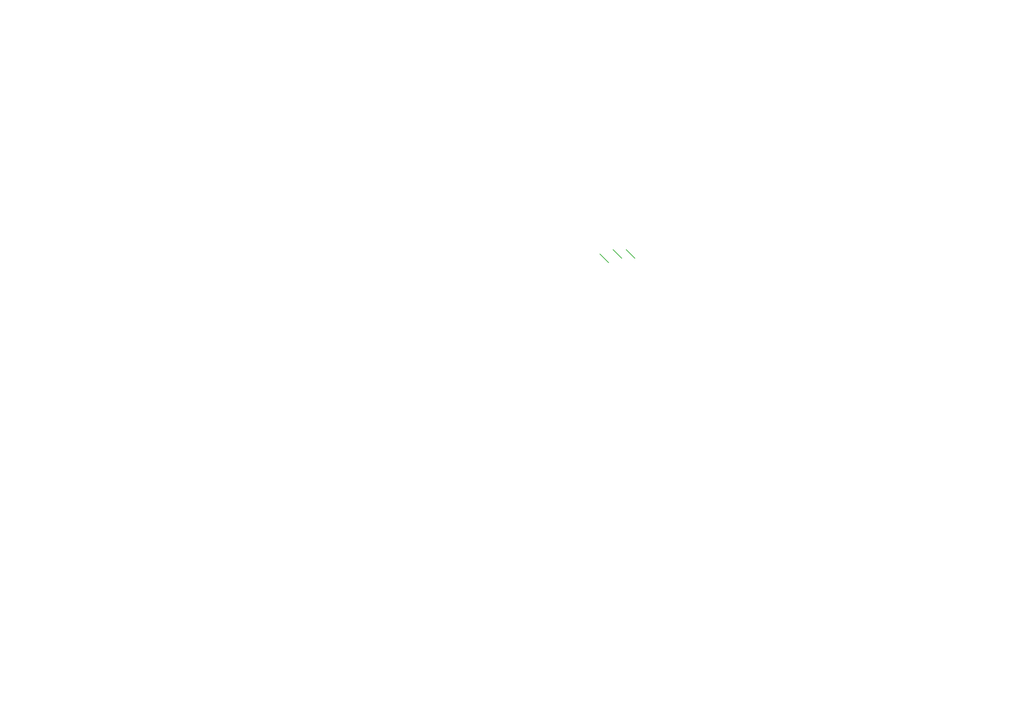
<source format=kicad_sch>
(kicad_sch
	(version 20231120)
	(generator "eeschema")
	(generator_version "8.0")
	(uuid "34c8fba0-e062-4cd4-80d6-39b8b6609223")
	(paper "A4")
	(lib_symbols)
	(bus_entry
		(at 181.61 72.39)
		(size 2.54 2.54)
		(stroke
			(width 0)
			(type default)
		)
		(uuid "67a64d8f-d011-49bf-9dc0-3b90fe923f9d")
	)
	(bus_entry
		(at 173.99 73.66)
		(size 2.54 2.54)
		(stroke
			(width 0)
			(type default)
		)
		(uuid "91e4afb0-6dd9-4639-a2d6-380d481cda9c")
	)
	(bus_entry
		(at 177.8 72.39)
		(size 2.54 2.54)
		(stroke
			(width 0)
			(type default)
		)
		(uuid "c90e38cd-cbf2-4ac4-a700-acb7fe5e7f12")
	)
	(sheet_instances
		(path "/"
			(page "1")
		)
	)
)

</source>
